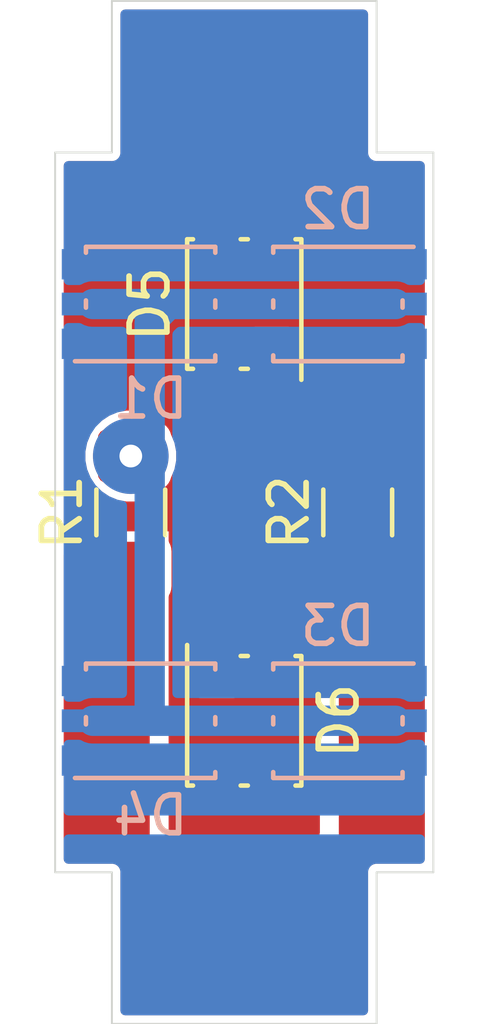
<source format=kicad_pcb>
(kicad_pcb (version 20171130) (host pcbnew "(5.1.4)-1")

  (general
    (thickness 1.6)
    (drawings 12)
    (tracks 22)
    (zones 0)
    (modules 8)
    (nets 5)
  )

  (page A4)
  (title_block
    (title Title)
    (date Date)
    (rev Rev)
    (company "Ondřej Fidra")
    (comment 1 Com1)
    (comment 2 Com2)
    (comment 3 Com3)
    (comment 4 Com4)
  )

  (layers
    (0 F.Cu signal)
    (31 B.Cu signal)
    (32 B.Adhes user)
    (33 F.Adhes user)
    (34 B.Paste user)
    (35 F.Paste user)
    (36 B.SilkS user)
    (37 F.SilkS user)
    (38 B.Mask user)
    (39 F.Mask user)
    (40 Dwgs.User user)
    (41 Cmts.User user)
    (42 Eco1.User user)
    (43 Eco2.User user)
    (44 Edge.Cuts user)
    (45 Margin user)
    (46 B.CrtYd user)
    (47 F.CrtYd user)
    (48 B.Fab user)
    (49 F.Fab user)
  )

  (setup
    (last_trace_width 0.8)
    (user_trace_width 0.8)
    (trace_clearance 0.2)
    (zone_clearance 0.2)
    (zone_45_only no)
    (trace_min 0.2)
    (via_size 0.8)
    (via_drill 0.4)
    (via_min_size 0.4)
    (via_min_drill 0.3)
    (user_via 2 0.6)
    (uvia_size 0.3)
    (uvia_drill 0.1)
    (uvias_allowed no)
    (uvia_min_size 0.2)
    (uvia_min_drill 0.1)
    (edge_width 0.05)
    (segment_width 0.2)
    (pcb_text_width 0.3)
    (pcb_text_size 1.5 1.5)
    (mod_edge_width 0.12)
    (mod_text_size 1 1)
    (mod_text_width 0.15)
    (pad_size 1.524 1.524)
    (pad_drill 0.762)
    (pad_to_mask_clearance 0.051)
    (solder_mask_min_width 0.25)
    (aux_axis_origin 0 0)
    (visible_elements 7FFFFFFF)
    (pcbplotparams
      (layerselection 0x01000_ffffffff)
      (usegerberextensions false)
      (usegerberattributes false)
      (usegerberadvancedattributes false)
      (creategerberjobfile false)
      (excludeedgelayer true)
      (linewidth 0.100000)
      (plotframeref false)
      (viasonmask false)
      (mode 1)
      (useauxorigin false)
      (hpglpennumber 1)
      (hpglpenspeed 20)
      (hpglpendiameter 15.000000)
      (psnegative false)
      (psa4output false)
      (plotreference true)
      (plotvalue true)
      (plotinvisibletext false)
      (padsonsilk false)
      (subtractmaskfromsilk false)
      (outputformat 1)
      (mirror false)
      (drillshape 0)
      (scaleselection 1)
      (outputdirectory "OUT/"))
  )

  (net 0 "")
  (net 1 "Net-(D5-Pad1)")
  (net 2 "Net-(R1-Pad1)")
  (net 3 VCC)
  (net 4 "Net-(D1-Pad2)")

  (net_class Default "This is the default net class."
    (clearance 0.2)
    (trace_width 0.25)
    (via_dia 0.8)
    (via_drill 0.4)
    (uvia_dia 0.3)
    (uvia_drill 0.1)
    (add_net "Net-(D1-Pad2)")
    (add_net "Net-(D5-Pad1)")
    (add_net "Net-(R1-Pad1)")
    (add_net VCC)
  )

  (module Resistor_SMD:R_1206_3216Metric_Pad1.42x1.75mm_HandSolder (layer F.Cu) (tedit 5B301BBD) (tstamp 5F539491)
    (at 176.5 85.5 90)
    (descr "Resistor SMD 1206 (3216 Metric), square (rectangular) end terminal, IPC_7351 nominal with elongated pad for handsoldering. (Body size source: http://www.tortai-tech.com/upload/download/2011102023233369053.pdf), generated with kicad-footprint-generator")
    (tags "resistor handsolder")
    (path /5F55FF49)
    (attr smd)
    (fp_text reference R2 (at 0 -1.82 90) (layer F.SilkS)
      (effects (font (size 1 1) (thickness 0.15)))
    )
    (fp_text value R (at 0 1.82 90) (layer F.Fab)
      (effects (font (size 1 1) (thickness 0.15)))
    )
    (fp_line (start -1.6 0.8) (end -1.6 -0.8) (layer F.Fab) (width 0.1))
    (fp_line (start -1.6 -0.8) (end 1.6 -0.8) (layer F.Fab) (width 0.1))
    (fp_line (start 1.6 -0.8) (end 1.6 0.8) (layer F.Fab) (width 0.1))
    (fp_line (start 1.6 0.8) (end -1.6 0.8) (layer F.Fab) (width 0.1))
    (fp_line (start -0.602064 -0.91) (end 0.602064 -0.91) (layer F.SilkS) (width 0.12))
    (fp_line (start -0.602064 0.91) (end 0.602064 0.91) (layer F.SilkS) (width 0.12))
    (fp_line (start -2.45 1.12) (end -2.45 -1.12) (layer F.CrtYd) (width 0.05))
    (fp_line (start -2.45 -1.12) (end 2.45 -1.12) (layer F.CrtYd) (width 0.05))
    (fp_line (start 2.45 -1.12) (end 2.45 1.12) (layer F.CrtYd) (width 0.05))
    (fp_line (start 2.45 1.12) (end -2.45 1.12) (layer F.CrtYd) (width 0.05))
    (fp_text user %R (at 0 0 90) (layer F.Fab)
      (effects (font (size 0.8 0.8) (thickness 0.12)))
    )
    (pad 1 smd roundrect (at -1.4875 0 90) (size 1.425 1.75) (layers F.Cu F.Paste F.Mask) (roundrect_rratio 0.175439)
      (net 2 "Net-(R1-Pad1)"))
    (pad 2 smd roundrect (at 1.4875 0 90) (size 1.425 1.75) (layers F.Cu F.Paste F.Mask) (roundrect_rratio 0.175439)
      (net 1 "Net-(D5-Pad1)"))
    (model ${KISYS3DMOD}/Resistor_SMD.3dshapes/R_1206_3216Metric.wrl
      (at (xyz 0 0 0))
      (scale (xyz 1 1 1))
      (rotate (xyz 0 0 0))
    )
  )

  (module ma_obecna:LED_3232_6Pin (layer B.Cu) (tedit 5F534FBA) (tstamp 5F53530C)
    (at 169.5 80)
    (descr "Kingbright, dual LED, 3.5 x 2.8 mm Surface Mount LED Lamp (http://www.kingbrightusa.com/images/catalog/SPEC/AAA3528ESGCT.pdf)")
    (tags "dual led smd")
    (path /5F533C69)
    (attr smd)
    (fp_text reference D1 (at 1.524 2.5) (layer B.SilkS)
      (effects (font (size 1 1) (thickness 0.15)) (justify mirror))
    )
    (fp_text value RED_B (at 0 -2.5) (layer B.Fab)
      (effects (font (size 1 1) (thickness 0.15)) (justify mirror))
    )
    (fp_text user %R (at 1.524 0) (layer B.Fab)
      (effects (font (size 0.8 0.8) (thickness 0.13)) (justify mirror))
    )
    (fp_line (start -0.076 -1.4) (end -0.076 0.7) (layer B.Fab) (width 0.1))
    (fp_line (start 3.124 -1.4) (end -0.076 -1.4) (layer B.Fab) (width 0.1))
    (fp_line (start 3.124 1.4) (end 3.124 -1.4) (layer B.Fab) (width 0.1))
    (fp_line (start 0.624 1.4) (end 3.124 1.4) (layer B.Fab) (width 0.1))
    (fp_line (start -0.476 1.51) (end 3.234 1.51) (layer B.SilkS) (width 0.12))
    (fp_line (start -0.186 -1.51) (end 3.234 -1.51) (layer B.SilkS) (width 0.12))
    (fp_line (start 3.234 -1.355) (end 3.234 -1.51) (layer B.SilkS) (width 0.12))
    (fp_line (start -0.186 0.095) (end -0.186 -0.095) (layer B.SilkS) (width 0.12))
    (fp_line (start -0.726 1.65) (end 3.774 1.65) (layer B.CrtYd) (width 0.05))
    (fp_line (start -0.726 -1.65) (end 3.774 -1.65) (layer B.CrtYd) (width 0.05))
    (fp_line (start -0.726 1.65) (end -0.726 -1.65) (layer B.CrtYd) (width 0.05))
    (fp_line (start 3.774 1.65) (end 3.774 -1.65) (layer B.CrtYd) (width 0.05))
    (fp_line (start 0.624 1.4) (end -0.076 0.7) (layer B.Fab) (width 0.1))
    (fp_line (start -0.186 -1.355) (end -0.186 -1.51) (layer B.SilkS) (width 0.12))
    (fp_line (start 3.234 0.095) (end 3.234 -0.095) (layer B.SilkS) (width 0.12))
    (fp_line (start 3.234 1.355) (end 3.234 1.51) (layer B.SilkS) (width 0.12))
    (pad 2 smd rect (at 0 0) (size 1.65 0.6) (layers B.Cu B.Paste B.Mask)
      (net 4 "Net-(D1-Pad2)"))
    (pad 1 smd rect (at 0 1.05) (size 1.65 0.8) (layers B.Cu B.Paste B.Mask)
      (net 3 VCC))
    (pad 3 smd rect (at 0 -1.05) (size 1.65 0.8) (layers B.Cu B.Paste B.Mask)
      (net 3 VCC))
    (pad 4 smd rect (at 3.05 -1.05) (size 1.65 0.8) (layers B.Cu B.Paste B.Mask)
      (net 3 VCC))
    (pad 6 smd rect (at 3.05 1.05) (size 1.65 0.8) (layers B.Cu B.Paste B.Mask)
      (net 3 VCC))
    (pad 5 smd rect (at 3.05 0) (size 1.65 0.6) (layers B.Cu B.Paste B.Mask)
      (net 4 "Net-(D1-Pad2)"))
    (model ${KISYS3DMOD}/LED_SMD.3dshapes/LED_Kingbright_AAA3528ESGCT.wrl
      (at (xyz 0 0 0))
      (scale (xyz 1 1 1))
      (rotate (xyz 0 0 0))
    )
  )

  (module ma_obecna:LED_3232_6Pin (layer B.Cu) (tedit 5F534FBA) (tstamp 5F535327)
    (at 177.5 80 180)
    (descr "Kingbright, dual LED, 3.5 x 2.8 mm Surface Mount LED Lamp (http://www.kingbrightusa.com/images/catalog/SPEC/AAA3528ESGCT.pdf)")
    (tags "dual led smd")
    (path /5F546B4D)
    (attr smd)
    (fp_text reference D2 (at 1.524 2.5) (layer B.SilkS)
      (effects (font (size 1 1) (thickness 0.15)) (justify mirror))
    )
    (fp_text value RED_B (at 0 -2.5) (layer B.Fab)
      (effects (font (size 1 1) (thickness 0.15)) (justify mirror))
    )
    (fp_line (start 3.234 1.355) (end 3.234 1.51) (layer B.SilkS) (width 0.12))
    (fp_line (start 3.234 0.095) (end 3.234 -0.095) (layer B.SilkS) (width 0.12))
    (fp_line (start -0.186 -1.355) (end -0.186 -1.51) (layer B.SilkS) (width 0.12))
    (fp_line (start 0.624 1.4) (end -0.076 0.7) (layer B.Fab) (width 0.1))
    (fp_line (start 3.774 1.65) (end 3.774 -1.65) (layer B.CrtYd) (width 0.05))
    (fp_line (start -0.726 1.65) (end -0.726 -1.65) (layer B.CrtYd) (width 0.05))
    (fp_line (start -0.726 -1.65) (end 3.774 -1.65) (layer B.CrtYd) (width 0.05))
    (fp_line (start -0.726 1.65) (end 3.774 1.65) (layer B.CrtYd) (width 0.05))
    (fp_line (start -0.186 0.095) (end -0.186 -0.095) (layer B.SilkS) (width 0.12))
    (fp_line (start 3.234 -1.355) (end 3.234 -1.51) (layer B.SilkS) (width 0.12))
    (fp_line (start -0.186 -1.51) (end 3.234 -1.51) (layer B.SilkS) (width 0.12))
    (fp_line (start -0.476 1.51) (end 3.234 1.51) (layer B.SilkS) (width 0.12))
    (fp_line (start 0.624 1.4) (end 3.124 1.4) (layer B.Fab) (width 0.1))
    (fp_line (start 3.124 1.4) (end 3.124 -1.4) (layer B.Fab) (width 0.1))
    (fp_line (start 3.124 -1.4) (end -0.076 -1.4) (layer B.Fab) (width 0.1))
    (fp_line (start -0.076 -1.4) (end -0.076 0.7) (layer B.Fab) (width 0.1))
    (fp_text user %R (at 1.524 0) (layer B.Fab)
      (effects (font (size 0.8 0.8) (thickness 0.13)) (justify mirror))
    )
    (pad 5 smd rect (at 3.05 0 180) (size 1.65 0.6) (layers B.Cu B.Paste B.Mask)
      (net 4 "Net-(D1-Pad2)"))
    (pad 6 smd rect (at 3.05 1.05 180) (size 1.65 0.8) (layers B.Cu B.Paste B.Mask)
      (net 3 VCC))
    (pad 4 smd rect (at 3.05 -1.05 180) (size 1.65 0.8) (layers B.Cu B.Paste B.Mask)
      (net 3 VCC))
    (pad 3 smd rect (at 0 -1.05 180) (size 1.65 0.8) (layers B.Cu B.Paste B.Mask)
      (net 3 VCC))
    (pad 1 smd rect (at 0 1.05 180) (size 1.65 0.8) (layers B.Cu B.Paste B.Mask)
      (net 3 VCC))
    (pad 2 smd rect (at 0 0 180) (size 1.65 0.6) (layers B.Cu B.Paste B.Mask)
      (net 4 "Net-(D1-Pad2)"))
    (model ${KISYS3DMOD}/LED_SMD.3dshapes/LED_Kingbright_AAA3528ESGCT.wrl
      (at (xyz 0 0 0))
      (scale (xyz 1 1 1))
      (rotate (xyz 0 0 0))
    )
  )

  (module ma_obecna:LED_3232_6Pin (layer B.Cu) (tedit 5F534FBA) (tstamp 5F535342)
    (at 177.5 91 180)
    (descr "Kingbright, dual LED, 3.5 x 2.8 mm Surface Mount LED Lamp (http://www.kingbrightusa.com/images/catalog/SPEC/AAA3528ESGCT.pdf)")
    (tags "dual led smd")
    (path /5F547152)
    (attr smd)
    (fp_text reference D3 (at 1.524 2.5) (layer B.SilkS)
      (effects (font (size 1 1) (thickness 0.15)) (justify mirror))
    )
    (fp_text value RED_B (at 0 -2.5) (layer B.Fab)
      (effects (font (size 1 1) (thickness 0.15)) (justify mirror))
    )
    (fp_text user %R (at 1.524 0) (layer B.Fab)
      (effects (font (size 0.8 0.8) (thickness 0.13)) (justify mirror))
    )
    (fp_line (start -0.076 -1.4) (end -0.076 0.7) (layer B.Fab) (width 0.1))
    (fp_line (start 3.124 -1.4) (end -0.076 -1.4) (layer B.Fab) (width 0.1))
    (fp_line (start 3.124 1.4) (end 3.124 -1.4) (layer B.Fab) (width 0.1))
    (fp_line (start 0.624 1.4) (end 3.124 1.4) (layer B.Fab) (width 0.1))
    (fp_line (start -0.476 1.51) (end 3.234 1.51) (layer B.SilkS) (width 0.12))
    (fp_line (start -0.186 -1.51) (end 3.234 -1.51) (layer B.SilkS) (width 0.12))
    (fp_line (start 3.234 -1.355) (end 3.234 -1.51) (layer B.SilkS) (width 0.12))
    (fp_line (start -0.186 0.095) (end -0.186 -0.095) (layer B.SilkS) (width 0.12))
    (fp_line (start -0.726 1.65) (end 3.774 1.65) (layer B.CrtYd) (width 0.05))
    (fp_line (start -0.726 -1.65) (end 3.774 -1.65) (layer B.CrtYd) (width 0.05))
    (fp_line (start -0.726 1.65) (end -0.726 -1.65) (layer B.CrtYd) (width 0.05))
    (fp_line (start 3.774 1.65) (end 3.774 -1.65) (layer B.CrtYd) (width 0.05))
    (fp_line (start 0.624 1.4) (end -0.076 0.7) (layer B.Fab) (width 0.1))
    (fp_line (start -0.186 -1.355) (end -0.186 -1.51) (layer B.SilkS) (width 0.12))
    (fp_line (start 3.234 0.095) (end 3.234 -0.095) (layer B.SilkS) (width 0.12))
    (fp_line (start 3.234 1.355) (end 3.234 1.51) (layer B.SilkS) (width 0.12))
    (pad 2 smd rect (at 0 0 180) (size 1.65 0.6) (layers B.Cu B.Paste B.Mask)
      (net 4 "Net-(D1-Pad2)"))
    (pad 1 smd rect (at 0 1.05 180) (size 1.65 0.8) (layers B.Cu B.Paste B.Mask)
      (net 3 VCC))
    (pad 3 smd rect (at 0 -1.05 180) (size 1.65 0.8) (layers B.Cu B.Paste B.Mask)
      (net 3 VCC))
    (pad 4 smd rect (at 3.05 -1.05 180) (size 1.65 0.8) (layers B.Cu B.Paste B.Mask)
      (net 3 VCC))
    (pad 6 smd rect (at 3.05 1.05 180) (size 1.65 0.8) (layers B.Cu B.Paste B.Mask)
      (net 3 VCC))
    (pad 5 smd rect (at 3.05 0 180) (size 1.65 0.6) (layers B.Cu B.Paste B.Mask)
      (net 4 "Net-(D1-Pad2)"))
    (model ${KISYS3DMOD}/LED_SMD.3dshapes/LED_Kingbright_AAA3528ESGCT.wrl
      (at (xyz 0 0 0))
      (scale (xyz 1 1 1))
      (rotate (xyz 0 0 0))
    )
  )

  (module ma_obecna:LED_3232_6Pin (layer B.Cu) (tedit 5F534FBA) (tstamp 5F53535D)
    (at 169.5 91)
    (descr "Kingbright, dual LED, 3.5 x 2.8 mm Surface Mount LED Lamp (http://www.kingbrightusa.com/images/catalog/SPEC/AAA3528ESGCT.pdf)")
    (tags "dual led smd")
    (path /5F5473DD)
    (attr smd)
    (fp_text reference D4 (at 1.524 2.5) (layer B.SilkS)
      (effects (font (size 1 1) (thickness 0.15)) (justify mirror))
    )
    (fp_text value RED_B (at 0 -2.5) (layer B.Fab)
      (effects (font (size 1 1) (thickness 0.15)) (justify mirror))
    )
    (fp_line (start 3.234 1.355) (end 3.234 1.51) (layer B.SilkS) (width 0.12))
    (fp_line (start 3.234 0.095) (end 3.234 -0.095) (layer B.SilkS) (width 0.12))
    (fp_line (start -0.186 -1.355) (end -0.186 -1.51) (layer B.SilkS) (width 0.12))
    (fp_line (start 0.624 1.4) (end -0.076 0.7) (layer B.Fab) (width 0.1))
    (fp_line (start 3.774 1.65) (end 3.774 -1.65) (layer B.CrtYd) (width 0.05))
    (fp_line (start -0.726 1.65) (end -0.726 -1.65) (layer B.CrtYd) (width 0.05))
    (fp_line (start -0.726 -1.65) (end 3.774 -1.65) (layer B.CrtYd) (width 0.05))
    (fp_line (start -0.726 1.65) (end 3.774 1.65) (layer B.CrtYd) (width 0.05))
    (fp_line (start -0.186 0.095) (end -0.186 -0.095) (layer B.SilkS) (width 0.12))
    (fp_line (start 3.234 -1.355) (end 3.234 -1.51) (layer B.SilkS) (width 0.12))
    (fp_line (start -0.186 -1.51) (end 3.234 -1.51) (layer B.SilkS) (width 0.12))
    (fp_line (start -0.476 1.51) (end 3.234 1.51) (layer B.SilkS) (width 0.12))
    (fp_line (start 0.624 1.4) (end 3.124 1.4) (layer B.Fab) (width 0.1))
    (fp_line (start 3.124 1.4) (end 3.124 -1.4) (layer B.Fab) (width 0.1))
    (fp_line (start 3.124 -1.4) (end -0.076 -1.4) (layer B.Fab) (width 0.1))
    (fp_line (start -0.076 -1.4) (end -0.076 0.7) (layer B.Fab) (width 0.1))
    (fp_text user %R (at 1.524 0) (layer B.Fab)
      (effects (font (size 0.8 0.8) (thickness 0.13)) (justify mirror))
    )
    (pad 5 smd rect (at 3.05 0) (size 1.65 0.6) (layers B.Cu B.Paste B.Mask)
      (net 4 "Net-(D1-Pad2)"))
    (pad 6 smd rect (at 3.05 1.05) (size 1.65 0.8) (layers B.Cu B.Paste B.Mask)
      (net 3 VCC))
    (pad 4 smd rect (at 3.05 -1.05) (size 1.65 0.8) (layers B.Cu B.Paste B.Mask)
      (net 3 VCC))
    (pad 3 smd rect (at 0 -1.05) (size 1.65 0.8) (layers B.Cu B.Paste B.Mask)
      (net 3 VCC))
    (pad 1 smd rect (at 0 1.05) (size 1.65 0.8) (layers B.Cu B.Paste B.Mask)
      (net 3 VCC))
    (pad 2 smd rect (at 0 0) (size 1.65 0.6) (layers B.Cu B.Paste B.Mask)
      (net 4 "Net-(D1-Pad2)"))
    (model ${KISYS3DMOD}/LED_SMD.3dshapes/LED_Kingbright_AAA3528ESGCT.wrl
      (at (xyz 0 0 0))
      (scale (xyz 1 1 1))
      (rotate (xyz 0 0 0))
    )
  )

  (module Resistor_SMD:R_1206_3216Metric_Pad1.42x1.75mm_HandSolder (layer F.Cu) (tedit 5B301BBD) (tstamp 5F5353A0)
    (at 170.5 85.5 90)
    (descr "Resistor SMD 1206 (3216 Metric), square (rectangular) end terminal, IPC_7351 nominal with elongated pad for handsoldering. (Body size source: http://www.tortai-tech.com/upload/download/2011102023233369053.pdf), generated with kicad-footprint-generator")
    (tags "resistor handsolder")
    (path /5F55EAC8)
    (attr smd)
    (fp_text reference R1 (at 0 -1.82 90) (layer F.SilkS)
      (effects (font (size 1 1) (thickness 0.15)))
    )
    (fp_text value R (at 0 1.82 90) (layer F.Fab)
      (effects (font (size 1 1) (thickness 0.15)))
    )
    (fp_text user %R (at 0 0 90) (layer F.Fab)
      (effects (font (size 0.8 0.8) (thickness 0.12)))
    )
    (fp_line (start 2.45 1.12) (end -2.45 1.12) (layer F.CrtYd) (width 0.05))
    (fp_line (start 2.45 -1.12) (end 2.45 1.12) (layer F.CrtYd) (width 0.05))
    (fp_line (start -2.45 -1.12) (end 2.45 -1.12) (layer F.CrtYd) (width 0.05))
    (fp_line (start -2.45 1.12) (end -2.45 -1.12) (layer F.CrtYd) (width 0.05))
    (fp_line (start -0.602064 0.91) (end 0.602064 0.91) (layer F.SilkS) (width 0.12))
    (fp_line (start -0.602064 -0.91) (end 0.602064 -0.91) (layer F.SilkS) (width 0.12))
    (fp_line (start 1.6 0.8) (end -1.6 0.8) (layer F.Fab) (width 0.1))
    (fp_line (start 1.6 -0.8) (end 1.6 0.8) (layer F.Fab) (width 0.1))
    (fp_line (start -1.6 -0.8) (end 1.6 -0.8) (layer F.Fab) (width 0.1))
    (fp_line (start -1.6 0.8) (end -1.6 -0.8) (layer F.Fab) (width 0.1))
    (pad 2 smd roundrect (at 1.4875 0 90) (size 1.425 1.75) (layers F.Cu F.Paste F.Mask) (roundrect_rratio 0.175439)
      (net 4 "Net-(D1-Pad2)"))
    (pad 1 smd roundrect (at -1.4875 0 90) (size 1.425 1.75) (layers F.Cu F.Paste F.Mask) (roundrect_rratio 0.175439)
      (net 2 "Net-(R1-Pad1)"))
    (model ${KISYS3DMOD}/Resistor_SMD.3dshapes/R_1206_3216Metric.wrl
      (at (xyz 0 0 0))
      (scale (xyz 1 1 1))
      (rotate (xyz 0 0 0))
    )
  )

  (module ma_obecna:LED_3528 (layer F.Cu) (tedit 5F6F3F9A) (tstamp 5F6F40A1)
    (at 173.5 80 90)
    (descr "Kingbright, dual LED, 3.5 x 2.8 mm Surface Mount LED Lamp (http://www.kingbrightusa.com/images/catalog/SPEC/AAA3528ESGCT.pdf)")
    (tags "dual led smd")
    (path /5F5477F3)
    (attr smd)
    (fp_text reference D5 (at 0 -2.5 90) (layer F.SilkS)
      (effects (font (size 1 1) (thickness 0.15)))
    )
    (fp_text value RED_T (at 0 2.5 90) (layer F.Fab)
      (effects (font (size 1 1) (thickness 0.15)))
    )
    (fp_text user %R (at 0 0 90) (layer F.Fab)
      (effects (font (size 0.8 0.8) (thickness 0.13)))
    )
    (fp_line (start -1.6 -1.4) (end -1.6 0.7) (layer F.Fab) (width 0.1))
    (fp_line (start 1.6 -1.4) (end -1.6 -1.4) (layer F.Fab) (width 0.1))
    (fp_line (start 1.6 -1.4) (end 1.6 1.4) (layer F.Fab) (width 0.1))
    (fp_line (start -0.9 1.4) (end 1.6 1.4) (layer F.Fab) (width 0.1))
    (fp_line (start -2 1.51) (end 1.71 1.51) (layer F.SilkS) (width 0.12))
    (fp_line (start -1.71 -1.51) (end 1.71 -1.51) (layer F.SilkS) (width 0.12))
    (fp_line (start 1.71 1.355) (end 1.71 1.51) (layer F.SilkS) (width 0.12))
    (fp_line (start -1.71 -0.095) (end -1.71 0.095) (layer F.SilkS) (width 0.12))
    (fp_line (start -2.25 -1.65) (end 2.25 -1.65) (layer F.CrtYd) (width 0.05))
    (fp_line (start -2.25 1.65) (end 2.25 1.65) (layer F.CrtYd) (width 0.05))
    (fp_line (start -2.25 -1.65) (end -2.25 1.65) (layer F.CrtYd) (width 0.05))
    (fp_line (start 2.25 -1.65) (end 2.25 1.65) (layer F.CrtYd) (width 0.05))
    (fp_line (start -0.9 1.4) (end -1.6 0.7) (layer F.Fab) (width 0.1))
    (fp_line (start -1.71 -1.355) (end -1.71 -1.51) (layer F.SilkS) (width 0.12))
    (fp_line (start 1.71 -0.095) (end 1.71 0.095) (layer F.SilkS) (width 0.12))
    (fp_line (start 1.71 -1.355) (end 1.71 -1.51) (layer F.SilkS) (width 0.12))
    (pad 3 smd rect (at 1.4 -0.725 90) (size 1.2 0.9) (layers F.Cu F.Paste F.Mask)
      (net 3 VCC))
    (pad 1 smd rect (at -1.4 0.725 90) (size 1.2 0.9) (layers F.Cu F.Paste F.Mask)
      (net 1 "Net-(D5-Pad1)"))
    (pad 2 smd rect (at 1.4 0.725 90) (size 1.2 0.9) (layers F.Cu F.Paste F.Mask)
      (net 3 VCC))
    (pad 4 smd rect (at -1.4 -0.725 90) (size 1.2 0.9) (layers F.Cu F.Paste F.Mask)
      (net 3 VCC))
    (model ${KISYS3DMOD}/LED_SMD.3dshapes/LED_Kingbright_AAA3528ESGCT.wrl
      (at (xyz 0 0 0))
      (scale (xyz 1 1 1))
      (rotate (xyz 0 0 0))
    )
  )

  (module ma_obecna:LED_3528 (layer F.Cu) (tedit 5F6F3F9A) (tstamp 5F6F40B9)
    (at 173.5 91 270)
    (descr "Kingbright, dual LED, 3.5 x 2.8 mm Surface Mount LED Lamp (http://www.kingbrightusa.com/images/catalog/SPEC/AAA3528ESGCT.pdf)")
    (tags "dual led smd")
    (path /5F548739)
    (attr smd)
    (fp_text reference D6 (at 0 -2.5 90) (layer F.SilkS)
      (effects (font (size 1 1) (thickness 0.15)))
    )
    (fp_text value RED_T (at 0 2.5 90) (layer F.Fab)
      (effects (font (size 1 1) (thickness 0.15)))
    )
    (fp_line (start 1.71 -1.355) (end 1.71 -1.51) (layer F.SilkS) (width 0.12))
    (fp_line (start 1.71 -0.095) (end 1.71 0.095) (layer F.SilkS) (width 0.12))
    (fp_line (start -1.71 -1.355) (end -1.71 -1.51) (layer F.SilkS) (width 0.12))
    (fp_line (start -0.9 1.4) (end -1.6 0.7) (layer F.Fab) (width 0.1))
    (fp_line (start 2.25 -1.65) (end 2.25 1.65) (layer F.CrtYd) (width 0.05))
    (fp_line (start -2.25 -1.65) (end -2.25 1.65) (layer F.CrtYd) (width 0.05))
    (fp_line (start -2.25 1.65) (end 2.25 1.65) (layer F.CrtYd) (width 0.05))
    (fp_line (start -2.25 -1.65) (end 2.25 -1.65) (layer F.CrtYd) (width 0.05))
    (fp_line (start -1.71 -0.095) (end -1.71 0.095) (layer F.SilkS) (width 0.12))
    (fp_line (start 1.71 1.355) (end 1.71 1.51) (layer F.SilkS) (width 0.12))
    (fp_line (start -1.71 -1.51) (end 1.71 -1.51) (layer F.SilkS) (width 0.12))
    (fp_line (start -2 1.51) (end 1.71 1.51) (layer F.SilkS) (width 0.12))
    (fp_line (start -0.9 1.4) (end 1.6 1.4) (layer F.Fab) (width 0.1))
    (fp_line (start 1.6 -1.4) (end 1.6 1.4) (layer F.Fab) (width 0.1))
    (fp_line (start 1.6 -1.4) (end -1.6 -1.4) (layer F.Fab) (width 0.1))
    (fp_line (start -1.6 -1.4) (end -1.6 0.7) (layer F.Fab) (width 0.1))
    (fp_text user %R (at 0 0 90) (layer F.Fab)
      (effects (font (size 0.8 0.8) (thickness 0.13)))
    )
    (pad 4 smd rect (at -1.4 -0.725 270) (size 1.2 0.9) (layers F.Cu F.Paste F.Mask)
      (net 3 VCC))
    (pad 2 smd rect (at 1.4 0.725 270) (size 1.2 0.9) (layers F.Cu F.Paste F.Mask)
      (net 3 VCC))
    (pad 1 smd rect (at -1.4 0.725 270) (size 1.2 0.9) (layers F.Cu F.Paste F.Mask)
      (net 1 "Net-(D5-Pad1)"))
    (pad 3 smd rect (at 1.4 -0.725 270) (size 1.2 0.9) (layers F.Cu F.Paste F.Mask)
      (net 3 VCC))
    (model ${KISYS3DMOD}/LED_SMD.3dshapes/LED_Kingbright_AAA3528ESGCT.wrl
      (at (xyz 0 0 0))
      (scale (xyz 1 1 1))
      (rotate (xyz 0 0 0))
    )
  )

  (gr_line (start 170 95) (end 170 99) (layer Edge.Cuts) (width 0.05) (tstamp 5F539054))
  (gr_line (start 168.5 95) (end 170 95) (layer Edge.Cuts) (width 0.05))
  (gr_line (start 168.5 76) (end 168.5 95) (layer Edge.Cuts) (width 0.05))
  (gr_line (start 170 76) (end 168.5 76) (layer Edge.Cuts) (width 0.05))
  (gr_line (start 170 72) (end 170 76) (layer Edge.Cuts) (width 0.05))
  (gr_line (start 177 72) (end 170 72) (layer Edge.Cuts) (width 0.05))
  (gr_line (start 177 76) (end 177 72) (layer Edge.Cuts) (width 0.05))
  (gr_line (start 178.5 76) (end 177 76) (layer Edge.Cuts) (width 0.05))
  (gr_line (start 178.5 95) (end 178.5 76) (layer Edge.Cuts) (width 0.05))
  (gr_line (start 177 95) (end 178.5 95) (layer Edge.Cuts) (width 0.05))
  (gr_line (start 177 99) (end 177 95) (layer Edge.Cuts) (width 0.05))
  (gr_line (start 170 99) (end 177 99) (layer Edge.Cuts) (width 0.05))

  (segment (start 172.775 89.6) (end 172.775 86.225) (width 0.8) (layer F.Cu) (net 1))
  (segment (start 172.775 86.225) (end 174.225 84.775) (width 0.8) (layer F.Cu) (net 1))
  (segment (start 174.4375 84.0125) (end 174.225 84.225) (width 0.8) (layer F.Cu) (net 1))
  (segment (start 176.5 84.0125) (end 174.4375 84.0125) (width 0.8) (layer F.Cu) (net 1))
  (segment (start 174.225 84.775) (end 174.225 84.225) (width 0.8) (layer F.Cu) (net 1))
  (segment (start 174.225 84.225) (end 174.225 81.4) (width 0.8) (layer F.Cu) (net 1))
  (segment (start 176.5 92) (end 176.5 86.9875) (width 0.8) (layer F.Cu) (net 2))
  (segment (start 176.5 94.5) (end 176.5 92) (width 0.8) (layer F.Cu) (net 2))
  (segment (start 175 96) (end 176.5 94.5) (width 0.8) (layer F.Cu) (net 2))
  (segment (start 172 96) (end 175 96) (width 0.8) (layer F.Cu) (net 2))
  (segment (start 170.5 94.5) (end 172 96) (width 0.8) (layer F.Cu) (net 2))
  (segment (start 170.5 86.9875) (end 170.5 94.5) (width 0.8) (layer F.Cu) (net 2))
  (segment (start 171 80.5) (end 171.5 80) (width 0.8) (layer B.Cu) (net 4))
  (segment (start 169.5 80) (end 171.5 80) (width 0.8) (layer B.Cu) (net 4))
  (segment (start 171 91) (end 169.5 91) (width 0.8) (layer B.Cu) (net 4))
  (segment (start 176 80) (end 177.5 80) (width 0.8) (layer B.Cu) (net 4))
  (segment (start 171.5 80) (end 176 80) (width 0.8) (layer B.Cu) (net 4))
  (segment (start 176 91) (end 171 91) (width 0.8) (layer B.Cu) (net 4))
  (segment (start 177.5 91) (end 176 91) (width 0.8) (layer B.Cu) (net 4))
  (segment (start 171 91) (end 171 80.5) (width 0.8) (layer B.Cu) (net 4))
  (via (at 170.5 84.0125) (size 2) (drill 0.6) (layers F.Cu B.Cu) (net 4))
  (segment (start 170.5 84.0125) (end 171 84.0125) (width 0.8) (layer B.Cu) (net 4))

  (zone (net 2) (net_name "Net-(R1-Pad1)") (layer F.Cu) (tstamp 0) (hatch edge 0.508)
    (connect_pads yes (clearance 0.2))
    (min_thickness 0.254)
    (fill yes (arc_segments 32) (thermal_gap 0.508) (thermal_bridge_width 0.508))
    (polygon
      (pts
        (xy 170 99) (xy 177 99) (xy 177 95) (xy 178.5 95) (xy 178.5 86.5)
        (xy 176 86.5) (xy 176 94.5) (xy 174.5 96) (xy 172.5 96) (xy 171 94.5)
        (xy 171 86.5) (xy 168.5 86.5) (xy 168.5 95) (xy 170 95)
      )
    )
    (filled_polygon
      (pts
        (xy 170.873 94.5) (xy 170.87544 94.524776) (xy 170.882667 94.548601) (xy 170.894403 94.570557) (xy 170.910197 94.589803)
        (xy 172.410197 96.089803) (xy 172.429443 96.105597) (xy 172.451399 96.117333) (xy 172.475224 96.12456) (xy 172.5 96.127)
        (xy 174.5 96.127) (xy 174.524776 96.12456) (xy 174.548601 96.117333) (xy 174.570557 96.105597) (xy 174.589803 96.089803)
        (xy 176.089803 94.589803) (xy 176.105597 94.570557) (xy 176.117333 94.548601) (xy 176.12456 94.524776) (xy 176.127 94.5)
        (xy 176.127 86.627) (xy 178.148 86.627) (xy 178.148 94.648) (xy 177.017292 94.648) (xy 177 94.646297)
        (xy 176.982709 94.648) (xy 176.982708 94.648) (xy 176.930996 94.653093) (xy 176.864644 94.673221) (xy 176.803493 94.705907)
        (xy 176.749894 94.749894) (xy 176.705907 94.803493) (xy 176.673221 94.864644) (xy 176.653093 94.930996) (xy 176.646297 95)
        (xy 176.648001 95.017302) (xy 176.648 98.648) (xy 170.352 98.648) (xy 170.352 95.017291) (xy 170.353703 95)
        (xy 170.346907 94.930996) (xy 170.326779 94.864644) (xy 170.294093 94.803493) (xy 170.250106 94.749894) (xy 170.196507 94.705907)
        (xy 170.135356 94.673221) (xy 170.069004 94.653093) (xy 170.017292 94.648) (xy 170.017291 94.648) (xy 170 94.646297)
        (xy 169.982708 94.648) (xy 168.852 94.648) (xy 168.852 86.627) (xy 170.873 86.627)
      )
    )
  )
  (zone (net 3) (net_name VCC) (layer B.Cu) (tstamp 0) (hatch edge 0.508)
    (connect_pads yes (clearance 0.2))
    (min_thickness 0.254)
    (fill yes (arc_segments 32) (thermal_gap 0.508) (thermal_bridge_width 0.508))
    (polygon
      (pts
        (xy 170 72) (xy 170 76) (xy 168.5 76) (xy 168.5 93.5) (xy 178.5 93.5)
        (xy 178.5 76) (xy 177 76) (xy 177 72)
      )
    )
    (filled_polygon
      (pts
        (xy 169.220443 91.67491) (xy 169.357483 91.71648) (xy 169.464292 91.727) (xy 170.964292 91.727) (xy 171 91.730517)
        (xy 171.035708 91.727) (xy 177.535708 91.727) (xy 177.642517 91.71648) (xy 177.779557 91.67491) (xy 177.86623 91.628582)
        (xy 178.148 91.628582) (xy 178.148 93.373) (xy 168.852 93.373) (xy 168.852 91.628582) (xy 169.13377 91.628582)
      )
    )
    (filled_polygon
      (pts
        (xy 178.148 90.371418) (xy 177.86623 90.371418) (xy 177.779557 90.32509) (xy 177.642517 90.28352) (xy 177.535708 90.273)
        (xy 171.727 90.273) (xy 171.727 84.517878) (xy 171.776004 84.399572) (xy 171.827 84.143198) (xy 171.827 83.881802)
        (xy 171.776004 83.625428) (xy 171.727 83.507122) (xy 171.727 80.801133) (xy 171.801133 80.727) (xy 177.535708 80.727)
        (xy 177.642517 80.71648) (xy 177.779557 80.67491) (xy 177.86623 80.628582) (xy 178.148001 80.628582)
      )
    )
    (filled_polygon
      (pts
        (xy 169.220443 80.67491) (xy 169.357483 80.71648) (xy 169.464292 80.727) (xy 170.273001 80.727) (xy 170.273001 82.704656)
        (xy 170.112928 82.736496) (xy 169.87143 82.836528) (xy 169.654087 82.981752) (xy 169.469252 83.166587) (xy 169.324028 83.38393)
        (xy 169.223996 83.625428) (xy 169.173 83.881802) (xy 169.173 84.143198) (xy 169.223996 84.399572) (xy 169.324028 84.64107)
        (xy 169.469252 84.858413) (xy 169.654087 85.043248) (xy 169.87143 85.188472) (xy 170.112928 85.288504) (xy 170.273001 85.320344)
        (xy 170.273 90.273) (xy 169.464292 90.273) (xy 169.357483 90.28352) (xy 169.220443 90.32509) (xy 169.13377 90.371418)
        (xy 168.852 90.371418) (xy 168.852 80.628582) (xy 169.13377 80.628582)
      )
    )
    (filled_polygon
      (pts
        (xy 176.648 75.982708) (xy 176.646297 76) (xy 176.653093 76.069004) (xy 176.673221 76.135356) (xy 176.705907 76.196507)
        (xy 176.749894 76.250106) (xy 176.803493 76.294093) (xy 176.864644 76.326779) (xy 176.930996 76.346907) (xy 177 76.353703)
        (xy 177.017291 76.352) (xy 178.148001 76.352) (xy 178.148001 79.371418) (xy 177.86623 79.371418) (xy 177.779557 79.32509)
        (xy 177.642517 79.28352) (xy 177.535708 79.273) (xy 171.535708 79.273) (xy 171.5 79.269483) (xy 171.464292 79.273)
        (xy 169.464292 79.273) (xy 169.357483 79.28352) (xy 169.220443 79.32509) (xy 169.13377 79.371418) (xy 168.852 79.371418)
        (xy 168.852 76.352) (xy 169.982709 76.352) (xy 170 76.353703) (xy 170.069004 76.346907) (xy 170.135356 76.326779)
        (xy 170.196507 76.294093) (xy 170.250106 76.250106) (xy 170.294093 76.196507) (xy 170.326779 76.135356) (xy 170.346907 76.069004)
        (xy 170.352 76.017292) (xy 170.352 76.017291) (xy 170.353703 76) (xy 170.352 75.982708) (xy 170.352 72.352)
        (xy 176.648001 72.352)
      )
    )
  )
  (zone (net 3) (net_name VCC) (layer F.Cu) (tstamp 0) (hatch edge 0.508)
    (connect_pads yes (clearance 0.2))
    (min_thickness 0.254)
    (fill yes (arc_segments 32) (thermal_gap 0.508) (thermal_bridge_width 0.508))
    (polygon
      (pts
        (xy 177 72) (xy 177 76) (xy 178.5 76) (xy 178.5 85.5) (xy 175.5 85.5)
        (xy 178.5 85.5) (xy 178.5 86) (xy 175.5 86) (xy 175.5 86.5) (xy 175.5 94)
        (xy 174.5 95) (xy 172.5 95) (xy 171.5 94) (xy 171.5 86) (xy 168.5 86)
        (xy 168.5 76) (xy 170 76) (xy 170 72)
      )
    )
    (filled_polygon
      (pts
        (xy 176.648 75.982708) (xy 176.646297 76) (xy 176.653093 76.069004) (xy 176.673221 76.135356) (xy 176.705907 76.196507)
        (xy 176.749894 76.250106) (xy 176.803493 76.294093) (xy 176.864644 76.326779) (xy 176.930996 76.346907) (xy 177 76.353703)
        (xy 177.017291 76.352) (xy 178.148001 76.352) (xy 178.148001 85.373) (xy 175.5 85.373) (xy 175.475224 85.37544)
        (xy 175.451399 85.382667) (xy 175.429443 85.394403) (xy 175.410197 85.410197) (xy 175.394403 85.429443) (xy 175.382667 85.451399)
        (xy 175.37544 85.475224) (xy 175.373 85.5) (xy 175.37544 85.524776) (xy 175.382667 85.548601) (xy 175.394403 85.570557)
        (xy 175.410197 85.589803) (xy 175.429443 85.605597) (xy 175.451399 85.617333) (xy 175.475224 85.62456) (xy 175.5 85.627)
        (xy 178.148 85.627) (xy 178.148 85.873) (xy 175.5 85.873) (xy 175.475224 85.87544) (xy 175.451399 85.882667)
        (xy 175.429443 85.894403) (xy 175.410197 85.910197) (xy 175.394403 85.929443) (xy 175.382667 85.951399) (xy 175.37544 85.975224)
        (xy 175.373 86) (xy 175.373 86.242708) (xy 175.34046 86.303586) (xy 175.307535 86.412124) (xy 175.296418 86.525)
        (xy 175.296418 87.45) (xy 175.307535 87.562876) (xy 175.34046 87.671414) (xy 175.373 87.732292) (xy 175.373 93.947394)
        (xy 174.447394 94.873) (xy 172.552606 94.873) (xy 171.627 93.947394) (xy 171.627 89) (xy 171.996418 89)
        (xy 171.996418 90.2) (xy 172.002732 90.264103) (xy 172.02143 90.325743) (xy 172.051794 90.38255) (xy 172.092657 90.432343)
        (xy 172.14245 90.473206) (xy 172.199257 90.50357) (xy 172.260897 90.522268) (xy 172.325 90.528582) (xy 173.225 90.528582)
        (xy 173.289103 90.522268) (xy 173.350743 90.50357) (xy 173.40755 90.473206) (xy 173.457343 90.432343) (xy 173.498206 90.38255)
        (xy 173.52857 90.325743) (xy 173.547268 90.264103) (xy 173.553582 90.2) (xy 173.553582 89) (xy 173.547268 88.935897)
        (xy 173.52857 88.874257) (xy 173.502 88.824548) (xy 173.502 86.526132) (xy 174.713822 85.314312) (xy 174.741553 85.291554)
        (xy 174.764312 85.263822) (xy 174.764316 85.263818) (xy 174.790981 85.231326) (xy 174.832403 85.180853) (xy 174.89991 85.054557)
        (xy 174.900206 85.053582) (xy 174.94148 84.917518) (xy 174.955517 84.775) (xy 174.95202 84.7395) (xy 175.36349 84.7395)
        (xy 175.393927 84.796443) (xy 175.465881 84.884119) (xy 175.553557 84.956073) (xy 175.653586 85.00954) (xy 175.762124 85.042465)
        (xy 175.875 85.053582) (xy 177.125 85.053582) (xy 177.237876 85.042465) (xy 177.346414 85.00954) (xy 177.446443 84.956073)
        (xy 177.534119 84.884119) (xy 177.606073 84.796443) (xy 177.65954 84.696414) (xy 177.692465 84.587876) (xy 177.703582 84.475)
        (xy 177.703582 83.55) (xy 177.692465 83.437124) (xy 177.65954 83.328586) (xy 177.606073 83.228557) (xy 177.534119 83.140881)
        (xy 177.446443 83.068927) (xy 177.346414 83.01546) (xy 177.237876 82.982535) (xy 177.125 82.971418) (xy 175.875 82.971418)
        (xy 175.762124 82.982535) (xy 175.653586 83.01546) (xy 175.553557 83.068927) (xy 175.465881 83.140881) (xy 175.393927 83.228557)
        (xy 175.36349 83.2855) (xy 174.952 83.2855) (xy 174.952 82.175452) (xy 174.97857 82.125743) (xy 174.997268 82.064103)
        (xy 175.003582 82) (xy 175.003582 80.8) (xy 174.997268 80.735897) (xy 174.97857 80.674257) (xy 174.948206 80.61745)
        (xy 174.907343 80.567657) (xy 174.85755 80.526794) (xy 174.800743 80.49643) (xy 174.739103 80.477732) (xy 174.675 80.471418)
        (xy 173.775 80.471418) (xy 173.710897 80.477732) (xy 173.649257 80.49643) (xy 173.59245 80.526794) (xy 173.542657 80.567657)
        (xy 173.501794 80.61745) (xy 173.47143 80.674257) (xy 173.452732 80.735897) (xy 173.446418 80.8) (xy 173.446418 82)
        (xy 173.452732 82.064103) (xy 173.47143 82.125743) (xy 173.498001 82.175453) (xy 173.498 84.189292) (xy 173.494483 84.225)
        (xy 173.498 84.260707) (xy 173.498 84.473866) (xy 172.286189 85.685679) (xy 172.258447 85.708446) (xy 172.167598 85.819147)
        (xy 172.10009 85.945444) (xy 172.05852 86.082483) (xy 172.044483 86.225) (xy 172.048001 86.260718) (xy 172.048 88.824548)
        (xy 172.02143 88.874257) (xy 172.002732 88.935897) (xy 171.996418 89) (xy 171.627 89) (xy 171.627 87.732292)
        (xy 171.65954 87.671414) (xy 171.692465 87.562876) (xy 171.703582 87.45) (xy 171.703582 86.525) (xy 171.692465 86.412124)
        (xy 171.65954 86.303586) (xy 171.627 86.242708) (xy 171.627 86) (xy 171.62456 85.975224) (xy 171.617333 85.951399)
        (xy 171.605597 85.929443) (xy 171.589803 85.910197) (xy 171.570557 85.894403) (xy 171.548601 85.882667) (xy 171.524776 85.87544)
        (xy 171.5 85.873) (xy 168.852 85.873) (xy 168.852 83.881802) (xy 169.173 83.881802) (xy 169.173 84.143198)
        (xy 169.223996 84.399572) (xy 169.322696 84.637853) (xy 169.34046 84.696414) (xy 169.393927 84.796443) (xy 169.465881 84.884119)
        (xy 169.553557 84.956073) (xy 169.582248 84.971409) (xy 169.654087 85.043248) (xy 169.87143 85.188472) (xy 170.112928 85.288504)
        (xy 170.369302 85.3395) (xy 170.630698 85.3395) (xy 170.887072 85.288504) (xy 171.12857 85.188472) (xy 171.345913 85.043248)
        (xy 171.417752 84.971409) (xy 171.446443 84.956073) (xy 171.534119 84.884119) (xy 171.606073 84.796443) (xy 171.65954 84.696414)
        (xy 171.677304 84.637853) (xy 171.776004 84.399572) (xy 171.827 84.143198) (xy 171.827 83.881802) (xy 171.776004 83.625428)
        (xy 171.677304 83.387147) (xy 171.65954 83.328586) (xy 171.606073 83.228557) (xy 171.534119 83.140881) (xy 171.446443 83.068927)
        (xy 171.417752 83.053591) (xy 171.345913 82.981752) (xy 171.12857 82.836528) (xy 170.887072 82.736496) (xy 170.630698 82.6855)
        (xy 170.369302 82.6855) (xy 170.112928 82.736496) (xy 169.87143 82.836528) (xy 169.654087 82.981752) (xy 169.582248 83.053591)
        (xy 169.553557 83.068927) (xy 169.465881 83.140881) (xy 169.393927 83.228557) (xy 169.34046 83.328586) (xy 169.322696 83.387147)
        (xy 169.223996 83.625428) (xy 169.173 83.881802) (xy 168.852 83.881802) (xy 168.852 76.352) (xy 169.982709 76.352)
        (xy 170 76.353703) (xy 170.069004 76.346907) (xy 170.135356 76.326779) (xy 170.196507 76.294093) (xy 170.250106 76.250106)
        (xy 170.294093 76.196507) (xy 170.326779 76.135356) (xy 170.346907 76.069004) (xy 170.352 76.017292) (xy 170.352 76.017291)
        (xy 170.353703 76) (xy 170.352 75.982708) (xy 170.352 72.352) (xy 176.648001 72.352)
      )
    )
  )
  (zone (net 0) (net_name "") (layer B.Cu) (tstamp 0) (hatch edge 0.508)
    (connect_pads yes (clearance 0.2))
    (min_thickness 0.254)
    (fill yes (arc_segments 32) (thermal_gap 0.508) (thermal_bridge_width 0.508))
    (polygon
      (pts
        (xy 177 99) (xy 177 95) (xy 178.5 95) (xy 178.5 94) (xy 168.5 94)
        (xy 168.5 95) (xy 170 95) (xy 170 99)
      )
    )
    (filled_polygon
      (pts
        (xy 178.148 94.648) (xy 177.017292 94.648) (xy 177 94.646297) (xy 176.982709 94.648) (xy 176.982708 94.648)
        (xy 176.930996 94.653093) (xy 176.864644 94.673221) (xy 176.803493 94.705907) (xy 176.749894 94.749894) (xy 176.705907 94.803493)
        (xy 176.673221 94.864644) (xy 176.653093 94.930996) (xy 176.646297 95) (xy 176.648001 95.017302) (xy 176.648 98.648)
        (xy 170.352 98.648) (xy 170.352 95.017291) (xy 170.353703 95) (xy 170.346907 94.930996) (xy 170.326779 94.864644)
        (xy 170.294093 94.803493) (xy 170.250106 94.749894) (xy 170.196507 94.705907) (xy 170.135356 94.673221) (xy 170.069004 94.653093)
        (xy 170.017292 94.648) (xy 170.017291 94.648) (xy 170 94.646297) (xy 169.982708 94.648) (xy 168.852 94.648)
        (xy 168.852 94.127) (xy 178.148 94.127)
      )
    )
  )
)

</source>
